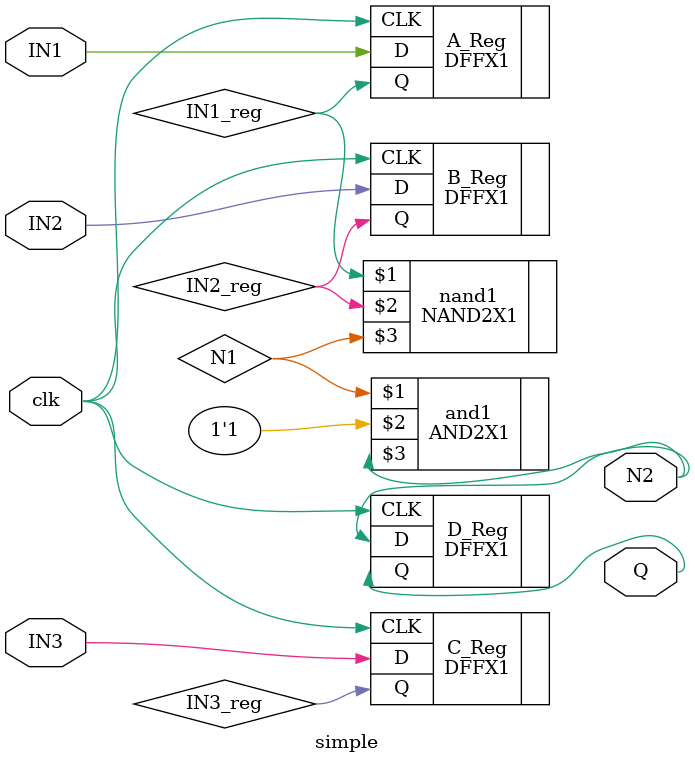
<source format=v>
module simple (clk,IN1,IN2,IN3,Q,N2);
   
   
   input clk,IN1,IN2,IN3;
   output Q,N2;

   wire   IN1_reg,IN2_reg,IN3_reg;
   
   

   DFFX1 A_Reg (.CLK(clk),.D(IN1),.Q(IN1_reg));
   DFFX1 B_Reg (.CLK(clk),.D(IN2),.Q(IN2_reg));
   DFFX1 C_Reg (.CLK(clk),.D(IN3),.Q(IN3_reg));

   wire   N1;
   
   
   NAND2X1 nand1 (IN1_reg,IN2_reg,N1);
   AND2X1 and1 (N1,1'b1,N2);

   DFFX1 D_Reg (.CLK(clk),.D(N2),.Q(Q));

   
endmodule

</source>
